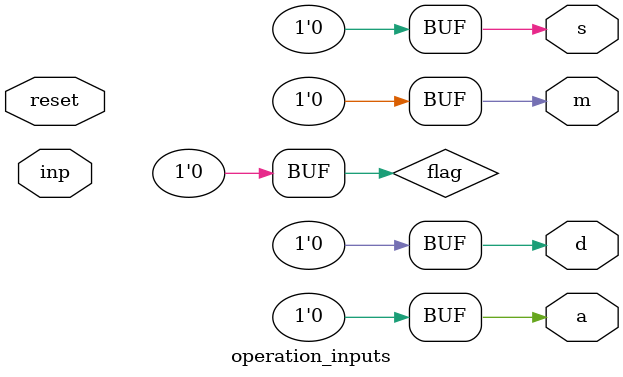
<source format=v>
module operation_inputs (
  output reg a,
  output reg s,
  output reg m,
  output reg d,
  input [3:0] inp,
  input reset
);

  reg flag; // Internal signal to control operations

  always @ (reset) begin
    a <= 1'b0;
    s <= 1'b0;
    m <= 1'b0;
    d <= 1'b0;
    flag <= 1'b0; // Initialize flag
  end

  always @ (inp) begin
    if (flag == 1'b0) begin
      case (inp)
        4'b0001: // Addition
          begin
            a <= 1'b1;
            s <= 1'b0;
            m <= 1'b0;
            d <= 1'b0;
            flag <= 1'b1;
          end
        4'b0010: // Subtraction
          begin
            a <= 1'b0;
            s <= 1'b1;
            m <= 1'b0;
            d <= 1'b0;
            flag <= 1'b1;
          end
        4'b0100: // Multiplication
          begin
            a <= 1'b0;
            s <= 1'b0;
            m <= 1'b1;
            d <= 1'b0;
            flag <= 1'b1;
          end
        4'b1000: // Division
          begin
            a <= 1'b0;
            s <= 1'b0;
            m <= 1'b0;
            d <= 1'b1;
            flag <= 1'b1;
          end
      endcase
    end
  end
endmodule

</source>
